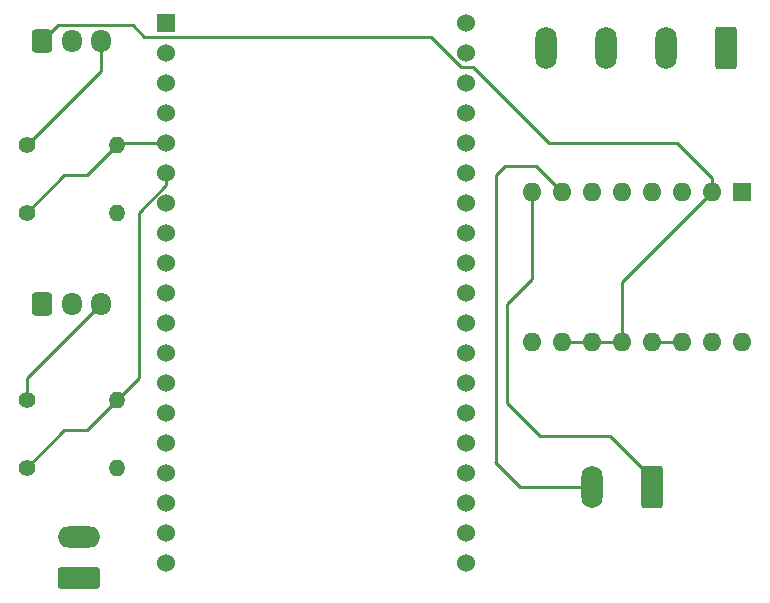
<source format=gbr>
%TF.GenerationSoftware,KiCad,Pcbnew,(6.0.1)*%
%TF.CreationDate,2022-10-31T14:49:25-07:00*%
%TF.ProjectId,Jianyi_PCB,4a69616e-7969-45f5-9043-422e6b696361,rev?*%
%TF.SameCoordinates,Original*%
%TF.FileFunction,Copper,L2,Bot*%
%TF.FilePolarity,Positive*%
%FSLAX46Y46*%
G04 Gerber Fmt 4.6, Leading zero omitted, Abs format (unit mm)*
G04 Created by KiCad (PCBNEW (6.0.1)) date 2022-10-31 14:49:25*
%MOMM*%
%LPD*%
G01*
G04 APERTURE LIST*
G04 Aperture macros list*
%AMRoundRect*
0 Rectangle with rounded corners*
0 $1 Rounding radius*
0 $2 $3 $4 $5 $6 $7 $8 $9 X,Y pos of 4 corners*
0 Add a 4 corners polygon primitive as box body*
4,1,4,$2,$3,$4,$5,$6,$7,$8,$9,$2,$3,0*
0 Add four circle primitives for the rounded corners*
1,1,$1+$1,$2,$3*
1,1,$1+$1,$4,$5*
1,1,$1+$1,$6,$7*
1,1,$1+$1,$8,$9*
0 Add four rect primitives between the rounded corners*
20,1,$1+$1,$2,$3,$4,$5,0*
20,1,$1+$1,$4,$5,$6,$7,0*
20,1,$1+$1,$6,$7,$8,$9,0*
20,1,$1+$1,$8,$9,$2,$3,0*%
G04 Aperture macros list end*
%TA.AperFunction,ComponentPad*%
%ADD10RoundRect,0.250000X-0.600000X-0.725000X0.600000X-0.725000X0.600000X0.725000X-0.600000X0.725000X0*%
%TD*%
%TA.AperFunction,ComponentPad*%
%ADD11O,1.700000X1.950000*%
%TD*%
%TA.AperFunction,ComponentPad*%
%ADD12C,1.400000*%
%TD*%
%TA.AperFunction,ComponentPad*%
%ADD13O,1.400000X1.400000*%
%TD*%
%TA.AperFunction,ComponentPad*%
%ADD14RoundRect,0.250000X0.650000X1.550000X-0.650000X1.550000X-0.650000X-1.550000X0.650000X-1.550000X0*%
%TD*%
%TA.AperFunction,ComponentPad*%
%ADD15O,1.800000X3.600000*%
%TD*%
%TA.AperFunction,ComponentPad*%
%ADD16R,1.530000X1.530000*%
%TD*%
%TA.AperFunction,ComponentPad*%
%ADD17C,1.530000*%
%TD*%
%TA.AperFunction,ComponentPad*%
%ADD18RoundRect,0.250000X1.550000X-0.650000X1.550000X0.650000X-1.550000X0.650000X-1.550000X-0.650000X0*%
%TD*%
%TA.AperFunction,ComponentPad*%
%ADD19O,3.600000X1.800000*%
%TD*%
%TA.AperFunction,ComponentPad*%
%ADD20R,1.600000X1.600000*%
%TD*%
%TA.AperFunction,ComponentPad*%
%ADD21O,1.600000X1.600000*%
%TD*%
%TA.AperFunction,Conductor*%
%ADD22C,0.250000*%
%TD*%
G04 APERTURE END LIST*
D10*
%TO.P,OutletSensor1,1,Pin_1*%
%TO.N,Net-(5V1-Pad1)*%
X74970000Y-83295000D03*
D11*
%TO.P,OutletSensor1,2,Pin_2*%
%TO.N,Net-(5V1-Pad2)*%
X77470000Y-83295000D03*
%TO.P,OutletSensor1,3,Pin_3*%
%TO.N,Net-(OutletSensor1-Pad3)*%
X79970000Y-83295000D03*
%TD*%
D12*
%TO.P,R4-68k\u03A91,1*%
%TO.N,Net-(R3-33k\u03A91-Pad2)*%
X73660000Y-97155000D03*
D13*
%TO.P,R4-68k\u03A91,2*%
%TO.N,Net-(5V1-Pad2)*%
X81280000Y-97155000D03*
%TD*%
D14*
%TO.P,Motor1,1,Pin_1*%
%TO.N,Net-(A1-Pad3)*%
X132842000Y-61595000D03*
D15*
%TO.P,Motor1,2,Pin_2*%
%TO.N,Net-(A1-Pad4)*%
X127762000Y-61595000D03*
%TO.P,Motor1,3,Pin_3*%
%TO.N,Net-(A1-Pad5)*%
X122682000Y-61595000D03*
%TO.P,Motor1,4,Pin_4*%
%TO.N,Net-(A1-Pad6)*%
X117602000Y-61595000D03*
%TD*%
D16*
%TO.P,U1,1,3V3*%
%TO.N,unconnected-(U1-Pad1)*%
X85500000Y-59556000D03*
D17*
%TO.P,U1,2,EN*%
%TO.N,unconnected-(U1-Pad2)*%
X85500000Y-62096000D03*
%TO.P,U1,3,SENSOR_VP*%
%TO.N,unconnected-(U1-Pad3)*%
X85500000Y-64636000D03*
%TO.P,U1,4,SENSOR_VN*%
%TO.N,unconnected-(U1-Pad4)*%
X85500000Y-67176000D03*
%TO.P,U1,5,IO34*%
%TO.N,Net-(R1-33k\u03A91-Pad2)*%
X85500000Y-69716000D03*
%TO.P,U1,6,IO35*%
%TO.N,Net-(R3-33k\u03A91-Pad2)*%
X85500000Y-72256000D03*
%TO.P,U1,7,IO32*%
%TO.N,unconnected-(U1-Pad7)*%
X85500000Y-74796000D03*
%TO.P,U1,8,IO33*%
%TO.N,unconnected-(U1-Pad8)*%
X85500000Y-77336000D03*
%TO.P,U1,9,IO25*%
%TO.N,unconnected-(U1-Pad9)*%
X85500000Y-79876000D03*
%TO.P,U1,10,IO26*%
%TO.N,unconnected-(U1-Pad10)*%
X85500000Y-82416000D03*
%TO.P,U1,11,IO27*%
%TO.N,unconnected-(U1-Pad11)*%
X85500000Y-84956000D03*
%TO.P,U1,12,IO14*%
%TO.N,unconnected-(U1-Pad12)*%
X85500000Y-87496000D03*
%TO.P,U1,13,IO12*%
%TO.N,unconnected-(U1-Pad13)*%
X85500000Y-90036000D03*
%TO.P,U1,14,GND1*%
%TO.N,Net-(5V1-Pad2)*%
X85500000Y-92576000D03*
%TO.P,U1,15,IO13*%
%TO.N,unconnected-(U1-Pad15)*%
X85500000Y-95116000D03*
%TO.P,U1,16,SD2*%
%TO.N,unconnected-(U1-Pad16)*%
X85500000Y-97656000D03*
%TO.P,U1,17,SD3*%
%TO.N,unconnected-(U1-Pad17)*%
X85500000Y-100196000D03*
%TO.P,U1,18,CMD*%
%TO.N,unconnected-(U1-Pad18)*%
X85500000Y-102736000D03*
%TO.P,U1,19,EXT_5V*%
%TO.N,Net-(5V1-Pad1)*%
X85500000Y-105276000D03*
%TO.P,U1,20,CLK*%
%TO.N,unconnected-(U1-Pad20)*%
X110900000Y-105276000D03*
%TO.P,U1,21,SD0*%
%TO.N,unconnected-(U1-Pad21)*%
X110900000Y-102736000D03*
%TO.P,U1,22,SD1*%
%TO.N,unconnected-(U1-Pad22)*%
X110900000Y-100196000D03*
%TO.P,U1,23,IO15*%
%TO.N,unconnected-(U1-Pad23)*%
X110900000Y-97656000D03*
%TO.P,U1,24,IO2*%
%TO.N,unconnected-(U1-Pad24)*%
X110900000Y-95116000D03*
%TO.P,U1,25,IO0*%
%TO.N,unconnected-(U1-Pad25)*%
X110900000Y-92576000D03*
%TO.P,U1,26,IO4*%
%TO.N,unconnected-(U1-Pad26)*%
X110900000Y-90036000D03*
%TO.P,U1,27,IO16*%
%TO.N,unconnected-(U1-Pad27)*%
X110900000Y-87496000D03*
%TO.P,U1,28,IO17*%
%TO.N,unconnected-(U1-Pad28)*%
X110900000Y-84956000D03*
%TO.P,U1,29,IO5*%
%TO.N,unconnected-(U1-Pad29)*%
X110900000Y-82416000D03*
%TO.P,U1,30,IO18*%
%TO.N,Net-(A1-Pad15)*%
X110900000Y-79876000D03*
%TO.P,U1,31,IO19*%
%TO.N,Net-(A1-Pad16)*%
X110900000Y-77336000D03*
%TO.P,U1,32,GND2*%
%TO.N,unconnected-(U1-Pad32)*%
X110900000Y-74796000D03*
%TO.P,U1,33,IO21*%
%TO.N,unconnected-(U1-Pad33)*%
X110900000Y-72256000D03*
%TO.P,U1,34,RXD0*%
%TO.N,unconnected-(U1-Pad34)*%
X110900000Y-69716000D03*
%TO.P,U1,35,TXD0*%
%TO.N,unconnected-(U1-Pad35)*%
X110900000Y-67176000D03*
%TO.P,U1,36,IO22*%
%TO.N,unconnected-(U1-Pad36)*%
X110900000Y-64636000D03*
%TO.P,U1,37,IO23*%
%TO.N,unconnected-(U1-Pad37)*%
X110900000Y-62096000D03*
%TO.P,U1,38,GND3*%
%TO.N,unconnected-(U1-Pad38)*%
X110900000Y-59556000D03*
%TD*%
D18*
%TO.P,5V1,1,Pin_1*%
%TO.N,Net-(5V1-Pad1)*%
X78105000Y-106507500D03*
D19*
%TO.P,5V1,2,Pin_2*%
%TO.N,Net-(5V1-Pad2)*%
X78105000Y-103007500D03*
%TD*%
D12*
%TO.P,R1-33k\u03A91,1*%
%TO.N,Net-(InletSensor1-Pad3)*%
X73660000Y-69850000D03*
D13*
%TO.P,R1-33k\u03A91,2*%
%TO.N,Net-(R1-33k\u03A91-Pad2)*%
X81280000Y-69850000D03*
%TD*%
D12*
%TO.P,R2-68k\u03A91,1*%
%TO.N,Net-(R1-33k\u03A91-Pad2)*%
X73660000Y-75565000D03*
D13*
%TO.P,R2-68k\u03A91,2*%
%TO.N,Net-(5V1-Pad2)*%
X81280000Y-75565000D03*
%TD*%
D10*
%TO.P,InletSensor1,1,Pin_1*%
%TO.N,Net-(5V1-Pad1)*%
X74970000Y-61070000D03*
D11*
%TO.P,InletSensor1,2,Pin_2*%
%TO.N,Net-(5V1-Pad2)*%
X77470000Y-61070000D03*
%TO.P,InletSensor1,3,Pin_3*%
%TO.N,Net-(InletSensor1-Pad3)*%
X79970000Y-61070000D03*
%TD*%
D14*
%TO.P,24V1,1,Pin_1*%
%TO.N,Net-(24V1-Pad1)*%
X126619000Y-98806000D03*
D15*
%TO.P,24V1,2,Pin_2*%
%TO.N,Net-(24V1-Pad2)*%
X121539000Y-98806000D03*
%TD*%
D20*
%TO.P,A1,1,GND*%
%TO.N,Net-(5V1-Pad2)*%
X134239000Y-73797000D03*
D21*
%TO.P,A1,2,VDD*%
%TO.N,Net-(5V1-Pad1)*%
X131699000Y-73797000D03*
%TO.P,A1,3,1B*%
%TO.N,Net-(A1-Pad3)*%
X129159000Y-73797000D03*
%TO.P,A1,4,1A*%
%TO.N,Net-(A1-Pad4)*%
X126619000Y-73797000D03*
%TO.P,A1,5,2A*%
%TO.N,Net-(A1-Pad5)*%
X124079000Y-73797000D03*
%TO.P,A1,6,2B*%
%TO.N,Net-(A1-Pad6)*%
X121539000Y-73797000D03*
%TO.P,A1,7,GND*%
%TO.N,Net-(24V1-Pad2)*%
X118999000Y-73797000D03*
%TO.P,A1,8,VMOT*%
%TO.N,Net-(24V1-Pad1)*%
X116459000Y-73797000D03*
%TO.P,A1,9,~{ENABLE}*%
%TO.N,unconnected-(A1-Pad9)*%
X116459000Y-86497000D03*
%TO.P,A1,10,MS1*%
%TO.N,Net-(5V1-Pad1)*%
X118999000Y-86497000D03*
%TO.P,A1,11,MS2*%
X121539000Y-86497000D03*
%TO.P,A1,12,MS3*%
X124079000Y-86497000D03*
%TO.P,A1,13,~{RESET}*%
%TO.N,Net-(A1-Pad13)*%
X126619000Y-86497000D03*
%TO.P,A1,14,~{SLEEP}*%
X129159000Y-86497000D03*
%TO.P,A1,15,STEP*%
%TO.N,Net-(A1-Pad15)*%
X131699000Y-86497000D03*
%TO.P,A1,16,DIR*%
%TO.N,Net-(A1-Pad16)*%
X134239000Y-86497000D03*
%TD*%
D12*
%TO.P,R3-33k\u03A91,1*%
%TO.N,Net-(OutletSensor1-Pad3)*%
X73660000Y-91440000D03*
D13*
%TO.P,R3-33k\u03A91,2*%
%TO.N,Net-(R3-33k\u03A91-Pad2)*%
X81280000Y-91440000D03*
%TD*%
D22*
%TO.N,Net-(5V1-Pad1)*%
X118999000Y-86497000D02*
X124079000Y-86497000D01*
X124079000Y-81417000D02*
X131699000Y-73797000D01*
X124079000Y-86497000D02*
X124079000Y-81417000D01*
X117924500Y-69654500D02*
X128709500Y-69654500D01*
X82688700Y-59716800D02*
X83638600Y-60666700D01*
X111476700Y-63206700D02*
X117924500Y-69654500D01*
X128709500Y-69654500D02*
X131699000Y-72644000D01*
X107928700Y-60666700D02*
X110468700Y-63206700D01*
X110468700Y-63206700D02*
X111476700Y-63206700D01*
X76323200Y-59716800D02*
X82688700Y-59716800D01*
X131699000Y-72644000D02*
X131699000Y-73797000D01*
X74970000Y-61070000D02*
X76323200Y-59716800D01*
X83638600Y-60666700D02*
X107928700Y-60666700D01*
%TO.N,Net-(24V1-Pad2)*%
X118999000Y-73797000D02*
X119116000Y-73797000D01*
X113411000Y-96774000D02*
X115443000Y-98806000D01*
X113284000Y-96647000D02*
X113411000Y-96774000D01*
X113411000Y-72390000D02*
X114173000Y-71628000D01*
X114173000Y-71628000D02*
X116830000Y-71628000D01*
X115443000Y-98806000D02*
X121539000Y-98806000D01*
X116830000Y-71628000D02*
X118999000Y-73797000D01*
X119116000Y-73797000D02*
X119126000Y-73787000D01*
X113411000Y-96774000D02*
X113411000Y-72390000D01*
X119126000Y-73787000D02*
X119126000Y-73279000D01*
%TO.N,Net-(24V1-Pad1)*%
X117094000Y-94488000D02*
X123063000Y-94488000D01*
X116459000Y-81153000D02*
X114300000Y-83312000D01*
X116459000Y-73797000D02*
X116459000Y-81153000D01*
X123063000Y-94488000D02*
X126619000Y-98044000D01*
X114300000Y-83312000D02*
X114300000Y-91694000D01*
X114300000Y-91694000D02*
X117094000Y-94488000D01*
X126619000Y-98044000D02*
X126619000Y-98806000D01*
%TO.N,Net-(InletSensor1-Pad3)*%
X79970000Y-63540000D02*
X79970000Y-61070000D01*
X73660000Y-69850000D02*
X79970000Y-63540000D01*
%TO.N,Net-(OutletSensor1-Pad3)*%
X73660000Y-91440000D02*
X73660000Y-89605000D01*
X73660000Y-89605000D02*
X79970000Y-83295000D01*
%TO.N,Net-(R1-33k\u03A91-Pad2)*%
X76835000Y-72390000D02*
X78740000Y-72390000D01*
X78740000Y-72390000D02*
X81280000Y-69850000D01*
X73660000Y-75565000D02*
X76835000Y-72390000D01*
X85500000Y-69716000D02*
X81414000Y-69716000D01*
X81414000Y-69716000D02*
X81280000Y-69850000D01*
%TO.N,Net-(A1-Pad13)*%
X126619000Y-86497000D02*
X129159000Y-86497000D01*
%TO.N,Net-(R3-33k\u03A91-Pad2)*%
X85500000Y-73250000D02*
X83185000Y-75565000D01*
X85500000Y-72256000D02*
X85500000Y-73250000D01*
X73660000Y-97155000D02*
X76835000Y-93980000D01*
X78740000Y-93980000D02*
X81280000Y-91440000D01*
X83185000Y-89535000D02*
X81280000Y-91440000D01*
X76835000Y-93980000D02*
X78740000Y-93980000D01*
X83185000Y-75565000D02*
X83185000Y-89535000D01*
%TD*%
M02*

</source>
